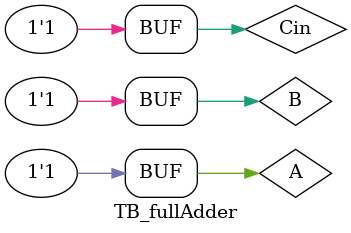
<source format=v>


module TB_fullAdder();
wire sum, carry; reg A, B, Cin;

//triggering Test Bench for Behavioural Modelling in same directory
exp_beh TB_BEH(sum, carry, A, B, Cin);

initial
begin
A = 1'b0; B = 1'b0; Cin = 1'b0;
#100;
A = 1'b0; B = 1'b0; Cin = 1'b1;
#100;
A = 1'b0; B = 1'b1; Cin = 1'b0;
#100;
A = 1'b0; B = 1'b1; Cin = 1'b1;
#100;
A = 1'b1; B = 1'b0; Cin = 1'b0;
#100;
A = 1'b1; B = 1'b0; Cin = 1'b1;
#100;
A = 1'b1; B = 1'b1; Cin = 1'b0;
#100;
A = 1'b1; B = 1'b1; Cin = 1'b1;

end
endmodule
</source>
